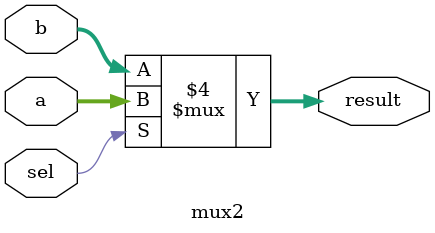
<source format=v>

module mux2#(parameter SIZE=32)(input[SIZE - 1:0] a
                    , input[SIZE-1:0] b
                    , output reg[SIZE-1:0] result
                    , input sel
                    );


    always @(*) begin
        if (sel == 1) begin
            result = a;
        end else begin
            result = b;
        end
    end
endmodule

</source>
